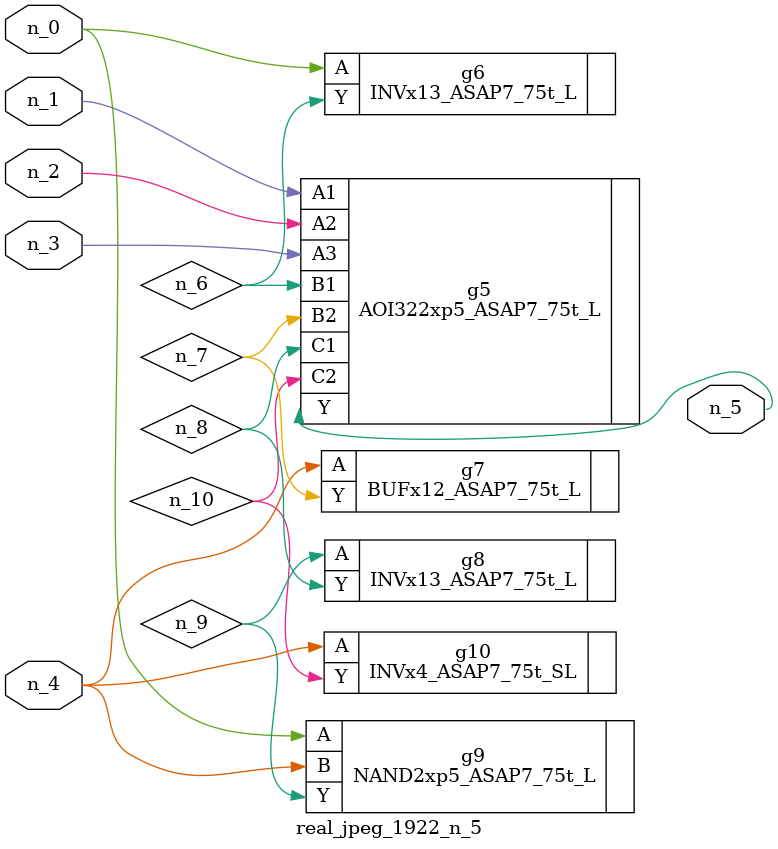
<source format=v>
module real_jpeg_1922_n_5 (n_4, n_0, n_1, n_2, n_3, n_5);

input n_4;
input n_0;
input n_1;
input n_2;
input n_3;

output n_5;

wire n_8;
wire n_6;
wire n_7;
wire n_10;
wire n_9;

INVx13_ASAP7_75t_L g6 ( 
.A(n_0),
.Y(n_6)
);

NAND2xp5_ASAP7_75t_L g9 ( 
.A(n_0),
.B(n_4),
.Y(n_9)
);

AOI322xp5_ASAP7_75t_L g5 ( 
.A1(n_1),
.A2(n_2),
.A3(n_3),
.B1(n_6),
.B2(n_7),
.C1(n_8),
.C2(n_10),
.Y(n_5)
);

BUFx12_ASAP7_75t_L g7 ( 
.A(n_4),
.Y(n_7)
);

INVx4_ASAP7_75t_SL g10 ( 
.A(n_4),
.Y(n_10)
);

INVx13_ASAP7_75t_L g8 ( 
.A(n_9),
.Y(n_8)
);


endmodule
</source>
